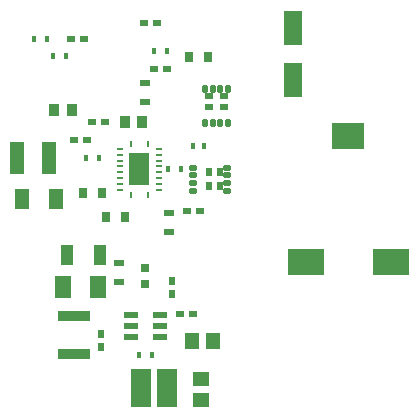
<source format=gtp>
%TF.GenerationSoftware,KiCad,Pcbnew,9.0.0*%
%TF.CreationDate,2025-03-07T10:15:04+01:00*%
%TF.ProjectId,converter1A,636f6e76-6572-4746-9572-31412e6b6963,rev?*%
%TF.SameCoordinates,Original*%
%TF.FileFunction,Paste,Top*%
%TF.FilePolarity,Positive*%
%FSLAX46Y46*%
G04 Gerber Fmt 4.6, Leading zero omitted, Abs format (unit mm)*
G04 Created by KiCad (PCBNEW 9.0.0) date 2025-03-07 10:15:04*
%MOMM*%
%LPD*%
G01*
G04 APERTURE LIST*
G04 Aperture macros list*
%AMRoundRect*
0 Rectangle with rounded corners*
0 $1 Rounding radius*
0 $2 $3 $4 $5 $6 $7 $8 $9 X,Y pos of 4 corners*
0 Add a 4 corners polygon primitive as box body*
4,1,4,$2,$3,$4,$5,$6,$7,$8,$9,$2,$3,0*
0 Add four circle primitives for the rounded corners*
1,1,$1+$1,$2,$3*
1,1,$1+$1,$4,$5*
1,1,$1+$1,$6,$7*
1,1,$1+$1,$8,$9*
0 Add four rect primitives between the rounded corners*
20,1,$1+$1,$2,$3,$4,$5,0*
20,1,$1+$1,$4,$5,$6,$7,0*
20,1,$1+$1,$6,$7,$8,$9,0*
20,1,$1+$1,$8,$9,$2,$3,0*%
G04 Aperture macros list end*
%ADD10R,1.200000X0.600000*%
%ADD11R,0.850000X1.000000*%
%ADD12R,0.600000X0.750000*%
%ADD13R,0.800000X0.950000*%
%ADD14R,0.750000X0.600000*%
%ADD15R,0.940000X0.540000*%
%ADD16R,1.170000X1.820000*%
%ADD17R,0.420000X0.620000*%
%ADD18R,1.070000X1.820000*%
%ADD19R,1.750000X3.200000*%
%ADD20R,2.820000X0.810000*%
%ADD21R,1.450000X1.150000*%
%ADD22R,1.400000X1.950000*%
%ADD23R,0.570000X0.738000*%
%ADD24RoundRect,0.125000X-0.190000X-0.125000X0.190000X-0.125000X0.190000X0.125000X-0.190000X0.125000X0*%
%ADD25R,1.150000X1.450000*%
%ADD26R,1.600000X3.000000*%
%ADD27R,0.450000X0.600000*%
%ADD28R,0.700000X0.650000*%
%ADD29R,0.250000X0.600000*%
%ADD30R,0.600000X0.250000*%
%ADD31R,1.700000X2.700000*%
%ADD32R,1.260000X2.720000*%
%ADD33R,0.738000X0.570000*%
%ADD34RoundRect,0.125000X0.125000X-0.190000X0.125000X0.190000X-0.125000X0.190000X-0.125000X-0.190000X0*%
%ADD35R,3.070000X2.260000*%
%ADD36R,2.770000X2.260000*%
G04 APERTURE END LIST*
D10*
%TO.C,IC3*%
X178250000Y-102700000D03*
X178250000Y-101750000D03*
X178250000Y-100800000D03*
X175750000Y-100800000D03*
X175750000Y-101750000D03*
X175750000Y-102700000D03*
%TD*%
D11*
%TO.C,R6*%
X170750000Y-83500000D03*
X169250000Y-83500000D03*
%TD*%
D12*
%TO.C,R1*%
X179250000Y-99050000D03*
X179250000Y-97950000D03*
%TD*%
D13*
%TO.C,R2*%
X173700000Y-92500000D03*
X175300000Y-92500000D03*
%TD*%
D14*
%TO.C,R12*%
X178850000Y-80000000D03*
X177750000Y-80000000D03*
%TD*%
%TO.C,R4*%
X181050000Y-100750000D03*
X179950000Y-100750000D03*
%TD*%
%TO.C,R11*%
X180500000Y-92000000D03*
X181600000Y-92000000D03*
%TD*%
D15*
%TO.C,C6*%
X174750000Y-98050000D03*
X174750000Y-96450000D03*
%TD*%
D16*
%TO.C,F1*%
X166530000Y-91000000D03*
X169470000Y-91000000D03*
%TD*%
D17*
%TO.C,C1*%
X176450000Y-104250000D03*
X177550000Y-104250000D03*
%TD*%
%TO.C,C13*%
X169160000Y-78920000D03*
X170260000Y-78920000D03*
%TD*%
D18*
%TO.C,C16*%
X170370000Y-95750000D03*
X173130000Y-95750000D03*
%TD*%
D14*
%TO.C,R13*%
X170685000Y-77420000D03*
X171785000Y-77420000D03*
%TD*%
D19*
%TO.C,L2*%
X176650000Y-107000000D03*
X178850000Y-107000000D03*
%TD*%
D20*
%TO.C,C21*%
X171000000Y-104100000D03*
X171000000Y-100900000D03*
%TD*%
D17*
%TO.C,C10*%
X178950000Y-88500000D03*
X180050000Y-88500000D03*
%TD*%
D15*
%TO.C,C8*%
X177000000Y-82800000D03*
X177000000Y-81200000D03*
%TD*%
D13*
%TO.C,R9*%
X173300000Y-90500000D03*
X171700000Y-90500000D03*
%TD*%
D21*
%TO.C,C2*%
X181750000Y-106250000D03*
X181750000Y-108050000D03*
%TD*%
D22*
%TO.C,L4*%
X170000000Y-98500000D03*
X173000000Y-98500000D03*
%TD*%
D23*
%TO.C,Q2*%
X182350000Y-88720000D03*
X182350000Y-89940000D03*
X183300000Y-88720000D03*
X183300000Y-89940000D03*
D24*
X183880000Y-88357500D03*
X183880000Y-89000000D03*
X183880000Y-89660000D03*
X183880000Y-90302500D03*
X181000000Y-88360000D03*
X181000000Y-89000000D03*
X181000000Y-89660000D03*
X181000000Y-90300000D03*
%TD*%
D25*
%TO.C,C3*%
X180950000Y-103000000D03*
X182750000Y-103000000D03*
%TD*%
D26*
%TO.C,C15*%
X189500000Y-80900000D03*
X189500000Y-76500000D03*
%TD*%
D14*
%TO.C,R5*%
X173550000Y-84500000D03*
X172450000Y-84500000D03*
%TD*%
D27*
%TO.C,C17*%
X181025000Y-86500000D03*
X181975000Y-86500000D03*
%TD*%
D28*
%TO.C,C5*%
X177000000Y-98175000D03*
X177000000Y-96825000D03*
%TD*%
D29*
%TO.C,IC2*%
X175750000Y-86350000D03*
D30*
X174850000Y-86750000D03*
X174850000Y-87250000D03*
X174850000Y-87750000D03*
X174850000Y-88250000D03*
X174850000Y-88750000D03*
X174850000Y-89250000D03*
X174850000Y-89750000D03*
X174850000Y-90250000D03*
D29*
X175750000Y-90650000D03*
X177250000Y-90650000D03*
D30*
X178150000Y-90250000D03*
X178150000Y-89750000D03*
X178150000Y-89250000D03*
X178150000Y-88750000D03*
X178150000Y-88250000D03*
X178150000Y-87750000D03*
X178150000Y-87250000D03*
X178150000Y-86750000D03*
D29*
X177250000Y-86350000D03*
D31*
X176500000Y-88500000D03*
%TD*%
D32*
%TO.C,C7*%
X168830000Y-87500000D03*
X166170000Y-87500000D03*
%TD*%
D12*
%TO.C,R14*%
X173250000Y-102450000D03*
X173250000Y-103550000D03*
%TD*%
D17*
%TO.C,C11*%
X177750000Y-78500000D03*
X178850000Y-78500000D03*
%TD*%
D13*
%TO.C,R10*%
X182300000Y-79000000D03*
X180700000Y-79000000D03*
%TD*%
D17*
%TO.C,C9*%
X173050000Y-87500000D03*
X171950000Y-87500000D03*
%TD*%
D14*
%TO.C,R7*%
X172050000Y-86000000D03*
X170950000Y-86000000D03*
%TD*%
D11*
%TO.C,R8*%
X175250000Y-84500000D03*
X176750000Y-84500000D03*
%TD*%
D14*
%TO.C,R15*%
X176860000Y-76120000D03*
X177960000Y-76120000D03*
%TD*%
D33*
%TO.C,Q1*%
X182417500Y-83260000D03*
X183637500Y-83260000D03*
X182417500Y-82310000D03*
X183637500Y-82310000D03*
D34*
X182055000Y-81730000D03*
X182697500Y-81730000D03*
X183357500Y-81730000D03*
X184000000Y-81730000D03*
X182057500Y-84610000D03*
X182697500Y-84610000D03*
X183357500Y-84610000D03*
X183997500Y-84610000D03*
%TD*%
D15*
%TO.C,C14*%
X179000000Y-92200000D03*
X179000000Y-93800000D03*
%TD*%
D35*
%TO.C,L1*%
X190575000Y-96320000D03*
X197785000Y-96320000D03*
D36*
X194180000Y-85680000D03*
%TD*%
D17*
%TO.C,C12*%
X167610000Y-77420000D03*
X168710000Y-77420000D03*
%TD*%
M02*

</source>
